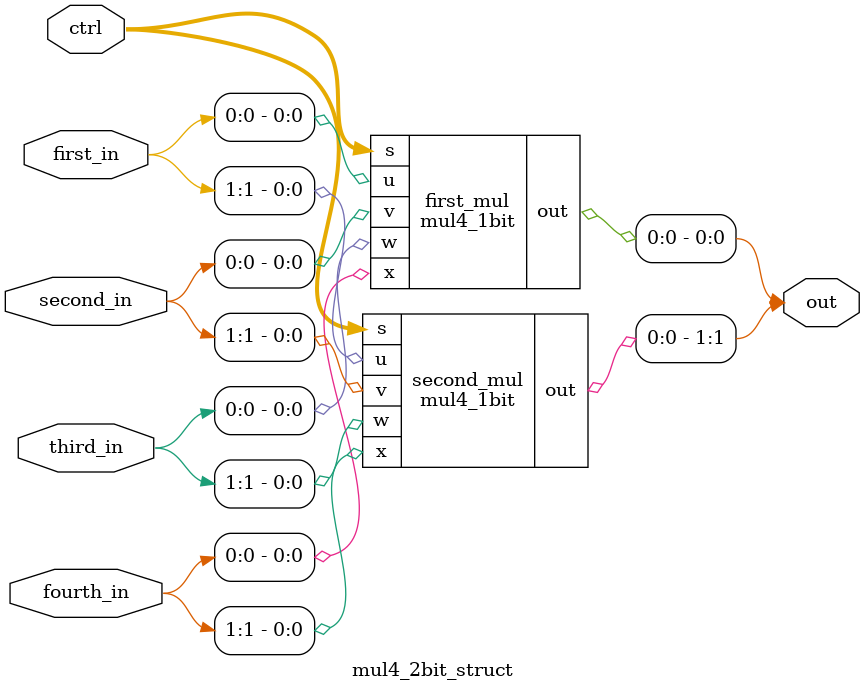
<source format=v>
module mul4_2bit
(
 first_in, 
 second_in, 
 third_in, 
 fourth_in, 
 ctrl, 
 out
);

input [1:0] first_in;
input [1:0] second_in;
input [1:0] third_in;
input [1:0] fourth_in;
input [1:0] ctrl;

output [1:0] out;

assign out = ctrl[1] ? (ctrl[0] ? fourth_in : third_in) 
                     : (ctrl[0] ? second_in : first_in);

endmodule

// the same module but with structural implementation

module mul4_1bit(u, v, w, x, s, out);
  input u;
  input v;
  input w;
  input x;
  input [1:0] s;
  
  output out;
  
  assign out = s[1] ? (s[0] ?  x : w) 
                    : (s[0] ? v : u);
  
// fancy variant 
// input [3:0] i
// assign out = i[s];

endmodule

module mul4_2bit_struct
(
 first_in, 
 second_in, 
 third_in, 
 fourth_in, 
 ctrl, 
 out
);

input [1:0] first_in;
input [1:0] second_in;
input [1:0] third_in;
input [1:0] fourth_in;
input [1:0] ctrl;

output [1:0] out;

mul4_1bit first_mul(first_in[0], second_in[0], third_in[0], fourth_in[0], ctrl, out[0]);
mul4_1bit second_mul(first_in[1], second_in[1], third_in[1], fourth_in[1], ctrl, out[1]);

endmodule
</source>
